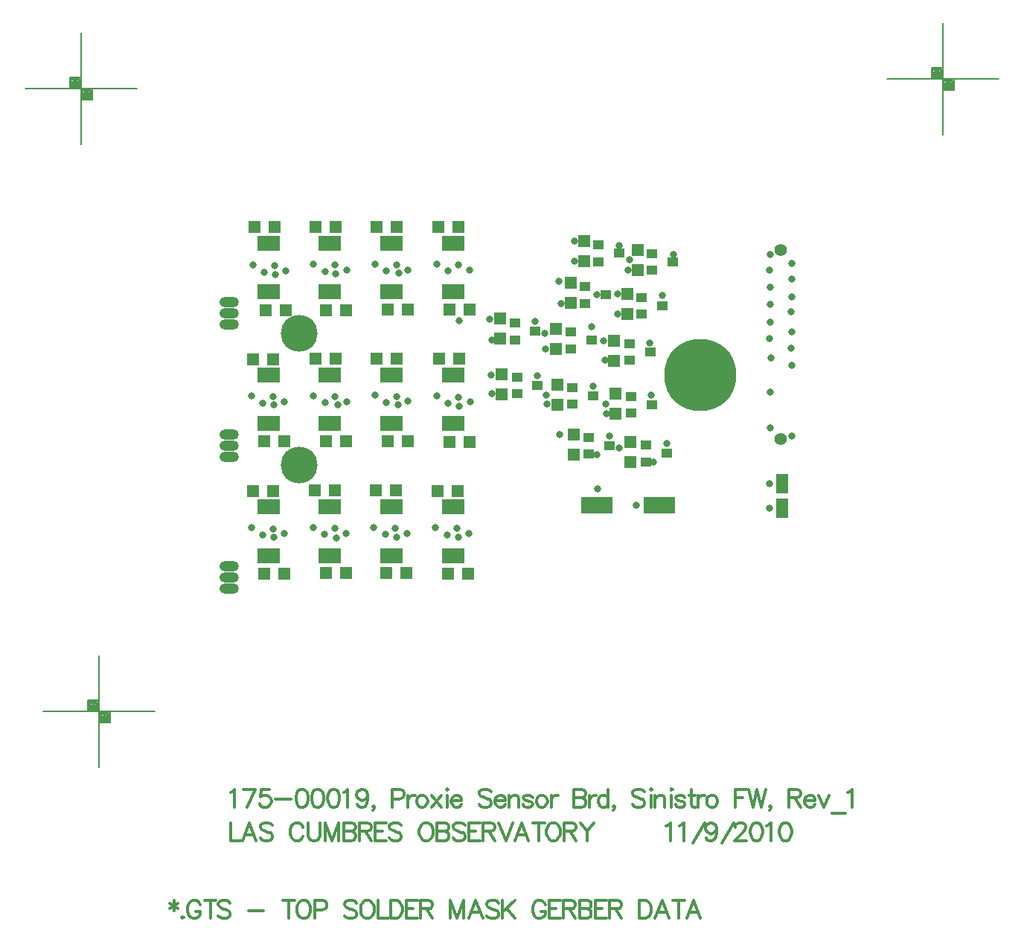
<source format=gts>
%FSLAX23Y23*%
%MOIN*%
G70*
G01*
G75*
G04 Layer_Color=8388736*
%ADD10R,0.135X0.070*%
%ADD11R,0.050X0.050*%
%ADD12R,0.094X0.059*%
%ADD13R,0.037X0.035*%
%ADD14R,0.037X0.035*%
%ADD15R,0.050X0.050*%
%ADD16R,0.048X0.078*%
%ADD17C,0.010*%
%ADD18C,0.012*%
%ADD19C,0.008*%
%ADD20C,0.012*%
%ADD21C,0.012*%
%ADD22C,0.157*%
%ADD23C,0.315*%
%ADD24O,0.079X0.039*%
%ADD25O,0.079X0.039*%
%ADD26C,0.047*%
%ADD27C,0.024*%
%ADD28C,0.040*%
%ADD29C,0.127*%
%ADD30C,0.170*%
G04:AMPARAMS|DCode=31|XSize=87.559mil|YSize=87.559mil|CornerRadius=0mil|HoleSize=0mil|Usage=FLASHONLY|Rotation=0.000|XOffset=0mil|YOffset=0mil|HoleType=Round|Shape=Relief|Width=10mil|Gap=10mil|Entries=4|*
%AMTHD31*
7,0,0,0.088,0.068,0.010,45*
%
%ADD31THD31*%
%ADD32C,0.068*%
%ADD33C,0.087*%
%ADD34C,0.050*%
G04:AMPARAMS|DCode=35|XSize=70mil|YSize=70mil|CornerRadius=0mil|HoleSize=0mil|Usage=FLASHONLY|Rotation=0.000|XOffset=0mil|YOffset=0mil|HoleType=Round|Shape=Relief|Width=10mil|Gap=10mil|Entries=4|*
%AMTHD35*
7,0,0,0.070,0.050,0.010,45*
%
%ADD35THD35*%
%ADD36O,0.028X0.098*%
%ADD37R,0.085X0.022*%
%ADD38C,0.006*%
%ADD39C,0.010*%
%ADD40C,0.010*%
%ADD41C,0.008*%
%ADD42C,0.007*%
%ADD43C,0.005*%
%ADD44R,0.122X0.163*%
%ADD45R,0.143X0.078*%
%ADD46R,0.058X0.058*%
%ADD47R,0.102X0.067*%
%ADD48R,0.045X0.043*%
%ADD49R,0.045X0.043*%
%ADD50R,0.058X0.058*%
%ADD51R,0.056X0.086*%
%ADD52C,0.165*%
%ADD53C,0.323*%
%ADD54O,0.087X0.047*%
%ADD55O,0.087X0.047*%
%ADD56C,0.055*%
%ADD57C,0.032*%
D18*
X14708Y10102D02*
Y10056D01*
X14689Y10090D02*
X14727Y10067D01*
Y10090D02*
X14689Y10067D01*
X14747Y10029D02*
X14743Y10026D01*
X14747Y10022D01*
X14751Y10026D01*
X14747Y10029D01*
X14826Y10083D02*
X14822Y10090D01*
X14814Y10098D01*
X14807Y10102D01*
X14791D01*
X14784Y10098D01*
X14776Y10090D01*
X14772Y10083D01*
X14769Y10071D01*
Y10052D01*
X14772Y10041D01*
X14776Y10033D01*
X14784Y10026D01*
X14791Y10022D01*
X14807D01*
X14814Y10026D01*
X14822Y10033D01*
X14826Y10041D01*
Y10052D01*
X14807D02*
X14826D01*
X14871Y10102D02*
Y10022D01*
X14844Y10102D02*
X14897D01*
X14960Y10090D02*
X14953Y10098D01*
X14941Y10102D01*
X14926D01*
X14914Y10098D01*
X14907Y10090D01*
Y10083D01*
X14911Y10075D01*
X14914Y10071D01*
X14922Y10067D01*
X14945Y10060D01*
X14953Y10056D01*
X14956Y10052D01*
X14960Y10045D01*
Y10033D01*
X14953Y10026D01*
X14941Y10022D01*
X14926D01*
X14914Y10026D01*
X14907Y10033D01*
X15041Y10056D02*
X15109D01*
X15223Y10102D02*
Y10022D01*
X15196Y10102D02*
X15249D01*
X15282D02*
X15274Y10098D01*
X15266Y10090D01*
X15263Y10083D01*
X15259Y10071D01*
Y10052D01*
X15263Y10041D01*
X15266Y10033D01*
X15274Y10026D01*
X15282Y10022D01*
X15297D01*
X15304Y10026D01*
X15312Y10033D01*
X15316Y10041D01*
X15320Y10052D01*
Y10071D01*
X15316Y10083D01*
X15312Y10090D01*
X15304Y10098D01*
X15297Y10102D01*
X15282D01*
X15338Y10060D02*
X15373D01*
X15384Y10064D01*
X15388Y10067D01*
X15392Y10075D01*
Y10086D01*
X15388Y10094D01*
X15384Y10098D01*
X15373Y10102D01*
X15338D01*
Y10022D01*
X15526Y10090D02*
X15518Y10098D01*
X15507Y10102D01*
X15491D01*
X15480Y10098D01*
X15472Y10090D01*
Y10083D01*
X15476Y10075D01*
X15480Y10071D01*
X15488Y10067D01*
X15511Y10060D01*
X15518Y10056D01*
X15522Y10052D01*
X15526Y10045D01*
Y10033D01*
X15518Y10026D01*
X15507Y10022D01*
X15491D01*
X15480Y10026D01*
X15472Y10033D01*
X15567Y10102D02*
X15559Y10098D01*
X15551Y10090D01*
X15547Y10083D01*
X15544Y10071D01*
Y10052D01*
X15547Y10041D01*
X15551Y10033D01*
X15559Y10026D01*
X15567Y10022D01*
X15582D01*
X15589Y10026D01*
X15597Y10033D01*
X15601Y10041D01*
X15605Y10052D01*
Y10071D01*
X15601Y10083D01*
X15597Y10090D01*
X15589Y10098D01*
X15582Y10102D01*
X15567D01*
X15623D02*
Y10022D01*
X15669D01*
X15678Y10102D02*
Y10022D01*
Y10102D02*
X15704D01*
X15716Y10098D01*
X15723Y10090D01*
X15727Y10083D01*
X15731Y10071D01*
Y10052D01*
X15727Y10041D01*
X15723Y10033D01*
X15716Y10026D01*
X15704Y10022D01*
X15678D01*
X15798Y10102D02*
X15749D01*
Y10022D01*
X15798D01*
X15749Y10064D02*
X15779D01*
X15812Y10102D02*
Y10022D01*
Y10102D02*
X15846D01*
X15858Y10098D01*
X15861Y10094D01*
X15865Y10086D01*
Y10079D01*
X15861Y10071D01*
X15858Y10067D01*
X15846Y10064D01*
X15812D01*
X15838D02*
X15865Y10022D01*
X15946Y10102D02*
Y10022D01*
Y10102D02*
X15976Y10022D01*
X16007Y10102D02*
X15976Y10022D01*
X16007Y10102D02*
Y10022D01*
X16091D02*
X16060Y10102D01*
X16030Y10022D01*
X16041Y10048D02*
X16079D01*
X16163Y10090D02*
X16155Y10098D01*
X16144Y10102D01*
X16128D01*
X16117Y10098D01*
X16109Y10090D01*
Y10083D01*
X16113Y10075D01*
X16117Y10071D01*
X16125Y10067D01*
X16147Y10060D01*
X16155Y10056D01*
X16159Y10052D01*
X16163Y10045D01*
Y10033D01*
X16155Y10026D01*
X16144Y10022D01*
X16128D01*
X16117Y10026D01*
X16109Y10033D01*
X16180Y10102D02*
Y10022D01*
X16234Y10102D02*
X16180Y10048D01*
X16200Y10067D02*
X16234Y10022D01*
X16372Y10083D02*
X16368Y10090D01*
X16360Y10098D01*
X16353Y10102D01*
X16337D01*
X16330Y10098D01*
X16322Y10090D01*
X16318Y10083D01*
X16315Y10071D01*
Y10052D01*
X16318Y10041D01*
X16322Y10033D01*
X16330Y10026D01*
X16337Y10022D01*
X16353D01*
X16360Y10026D01*
X16368Y10033D01*
X16372Y10041D01*
Y10052D01*
X16353D02*
X16372D01*
X16439Y10102D02*
X16390D01*
Y10022D01*
X16439D01*
X16390Y10064D02*
X16420D01*
X16453Y10102D02*
Y10022D01*
Y10102D02*
X16487D01*
X16499Y10098D01*
X16502Y10094D01*
X16506Y10086D01*
Y10079D01*
X16502Y10071D01*
X16499Y10067D01*
X16487Y10064D01*
X16453D01*
X16479D02*
X16506Y10022D01*
X16524Y10102D02*
Y10022D01*
Y10102D02*
X16558D01*
X16570Y10098D01*
X16574Y10094D01*
X16577Y10086D01*
Y10079D01*
X16574Y10071D01*
X16570Y10067D01*
X16558Y10064D01*
X16524D02*
X16558D01*
X16570Y10060D01*
X16574Y10056D01*
X16577Y10048D01*
Y10037D01*
X16574Y10029D01*
X16570Y10026D01*
X16558Y10022D01*
X16524D01*
X16645Y10102D02*
X16595D01*
Y10022D01*
X16645D01*
X16595Y10064D02*
X16626D01*
X16658Y10102D02*
Y10022D01*
Y10102D02*
X16692D01*
X16704Y10098D01*
X16708Y10094D01*
X16711Y10086D01*
Y10079D01*
X16708Y10071D01*
X16704Y10067D01*
X16692Y10064D01*
X16658D01*
X16685D02*
X16711Y10022D01*
X16792Y10102D02*
Y10022D01*
Y10102D02*
X16819D01*
X16830Y10098D01*
X16838Y10090D01*
X16842Y10083D01*
X16845Y10071D01*
Y10052D01*
X16842Y10041D01*
X16838Y10033D01*
X16830Y10026D01*
X16819Y10022D01*
X16792D01*
X16924D02*
X16894Y10102D01*
X16863Y10022D01*
X16875Y10048D02*
X16913D01*
X16970Y10102D02*
Y10022D01*
X16943Y10102D02*
X16996D01*
X17067Y10022D02*
X17036Y10102D01*
X17006Y10022D01*
X17017Y10048D02*
X17055D01*
D19*
X14123Y10950D02*
X14623D01*
X14373Y10700D02*
Y11200D01*
X14323Y10950D02*
Y11000D01*
X14373D01*
X14423Y10900D02*
Y10950D01*
X14373Y10900D02*
X14423D01*
X14378Y10945D02*
X14418D01*
Y10905D02*
Y10945D01*
X14378Y10905D02*
X14418D01*
X14378D02*
Y10945D01*
X14383Y10940D02*
X14413D01*
Y10910D02*
Y10940D01*
X14383Y10910D02*
X14413D01*
X14383D02*
Y10935D01*
X14388D02*
X14408D01*
Y10915D02*
Y10935D01*
X14388Y10915D02*
X14408D01*
X14388D02*
Y10930D01*
X14393D02*
X14403D01*
Y10920D02*
Y10930D01*
X14393Y10920D02*
X14403D01*
X14393D02*
Y10930D01*
Y10925D02*
X14403D01*
X14328Y10995D02*
X14368D01*
Y10955D02*
Y10995D01*
X14328Y10955D02*
X14368D01*
X14328D02*
Y10995D01*
X14333Y10990D02*
X14363D01*
Y10960D02*
Y10990D01*
X14333Y10960D02*
X14363D01*
X14333D02*
Y10985D01*
X14338D02*
X14358D01*
Y10965D02*
Y10985D01*
X14338Y10965D02*
X14358D01*
X14338D02*
Y10980D01*
X14343D02*
X14353D01*
Y10970D02*
Y10980D01*
X14343Y10970D02*
X14353D01*
X14343D02*
Y10980D01*
Y10975D02*
X14353D01*
X17902Y13781D02*
X18402D01*
X18152Y13531D02*
Y14031D01*
X18102Y13781D02*
Y13831D01*
X18152D01*
X18202Y13731D02*
Y13781D01*
X18152Y13731D02*
X18202D01*
X18157Y13776D02*
X18197D01*
Y13736D02*
Y13776D01*
X18157Y13736D02*
X18197D01*
X18157D02*
Y13776D01*
X18162Y13771D02*
X18192D01*
Y13741D02*
Y13771D01*
X18162Y13741D02*
X18192D01*
X18162D02*
Y13766D01*
X18167D02*
X18187D01*
Y13746D02*
Y13766D01*
X18167Y13746D02*
X18187D01*
X18167D02*
Y13761D01*
X18172D02*
X18182D01*
Y13751D02*
Y13761D01*
X18172Y13751D02*
X18182D01*
X18172D02*
Y13761D01*
Y13756D02*
X18182D01*
X18107Y13826D02*
X18147D01*
Y13786D02*
Y13826D01*
X18107Y13786D02*
X18147D01*
X18107D02*
Y13826D01*
X18112Y13821D02*
X18142D01*
Y13791D02*
Y13821D01*
X18112Y13791D02*
X18142D01*
X18112D02*
Y13816D01*
X18117D02*
X18137D01*
Y13796D02*
Y13816D01*
X18117Y13796D02*
X18137D01*
X18117D02*
Y13811D01*
X18122D02*
X18132D01*
Y13801D02*
Y13811D01*
X18122Y13801D02*
X18132D01*
X18122D02*
Y13811D01*
Y13806D02*
X18132D01*
X14042Y13738D02*
X14542D01*
X14292Y13488D02*
Y13988D01*
X14242Y13738D02*
Y13788D01*
X14292D01*
X14342Y13688D02*
Y13738D01*
X14292Y13688D02*
X14342D01*
X14297Y13733D02*
X14337D01*
Y13693D02*
Y13733D01*
X14297Y13693D02*
X14337D01*
X14297D02*
Y13733D01*
X14302Y13728D02*
X14332D01*
Y13698D02*
Y13728D01*
X14302Y13698D02*
X14332D01*
X14302D02*
Y13723D01*
X14307D02*
X14327D01*
Y13703D02*
Y13723D01*
X14307Y13703D02*
X14327D01*
X14307D02*
Y13718D01*
X14312D02*
X14322D01*
Y13708D02*
Y13718D01*
X14312Y13708D02*
X14322D01*
X14312D02*
Y13718D01*
Y13713D02*
X14322D01*
X14247Y13783D02*
X14287D01*
Y13743D02*
Y13783D01*
X14247Y13743D02*
X14287D01*
X14247D02*
Y13783D01*
X14252Y13778D02*
X14282D01*
Y13748D02*
Y13778D01*
X14252Y13748D02*
X14282D01*
X14252D02*
Y13773D01*
X14257D02*
X14277D01*
Y13753D02*
Y13773D01*
X14257Y13753D02*
X14277D01*
X14257D02*
Y13768D01*
X14262D02*
X14272D01*
Y13758D02*
Y13768D01*
X14262Y13758D02*
X14272D01*
X14262D02*
Y13768D01*
Y13763D02*
X14272D01*
D20*
X14961Y10449D02*
Y10369D01*
X15007D01*
X15076D02*
X15046Y10449D01*
X15015Y10369D01*
X15027Y10396D02*
X15065D01*
X15148Y10438D02*
X15141Y10445D01*
X15129Y10449D01*
X15114D01*
X15103Y10445D01*
X15095Y10438D01*
Y10430D01*
X15099Y10423D01*
X15103Y10419D01*
X15110Y10415D01*
X15133Y10407D01*
X15141Y10404D01*
X15145Y10400D01*
X15148Y10392D01*
Y10381D01*
X15141Y10373D01*
X15129Y10369D01*
X15114D01*
X15103Y10373D01*
X15095Y10381D01*
X15286Y10430D02*
X15282Y10438D01*
X15275Y10445D01*
X15267Y10449D01*
X15252D01*
X15244Y10445D01*
X15237Y10438D01*
X15233Y10430D01*
X15229Y10419D01*
Y10400D01*
X15233Y10388D01*
X15237Y10381D01*
X15244Y10373D01*
X15252Y10369D01*
X15267D01*
X15275Y10373D01*
X15282Y10381D01*
X15286Y10388D01*
X15309Y10449D02*
Y10392D01*
X15313Y10381D01*
X15320Y10373D01*
X15332Y10369D01*
X15339D01*
X15351Y10373D01*
X15358Y10381D01*
X15362Y10392D01*
Y10449D01*
X15384D02*
Y10369D01*
Y10449D02*
X15415Y10369D01*
X15445Y10449D02*
X15415Y10369D01*
X15445Y10449D02*
Y10369D01*
X15468Y10449D02*
Y10369D01*
Y10449D02*
X15502D01*
X15514Y10445D01*
X15517Y10442D01*
X15521Y10434D01*
Y10426D01*
X15517Y10419D01*
X15514Y10415D01*
X15502Y10411D01*
X15468D02*
X15502D01*
X15514Y10407D01*
X15517Y10404D01*
X15521Y10396D01*
Y10385D01*
X15517Y10377D01*
X15514Y10373D01*
X15502Y10369D01*
X15468D01*
X15539Y10449D02*
Y10369D01*
Y10449D02*
X15573D01*
X15585Y10445D01*
X15589Y10442D01*
X15593Y10434D01*
Y10426D01*
X15589Y10419D01*
X15585Y10415D01*
X15573Y10411D01*
X15539D01*
X15566D02*
X15593Y10369D01*
X15660Y10449D02*
X15610D01*
Y10369D01*
X15660D01*
X15610Y10411D02*
X15641D01*
X15727Y10438D02*
X15719Y10445D01*
X15708Y10449D01*
X15692D01*
X15681Y10445D01*
X15673Y10438D01*
Y10430D01*
X15677Y10423D01*
X15681Y10419D01*
X15688Y10415D01*
X15711Y10407D01*
X15719Y10404D01*
X15723Y10400D01*
X15727Y10392D01*
Y10381D01*
X15719Y10373D01*
X15708Y10369D01*
X15692D01*
X15681Y10373D01*
X15673Y10381D01*
X15830Y10449D02*
X15823Y10445D01*
X15815Y10438D01*
X15811Y10430D01*
X15807Y10419D01*
Y10400D01*
X15811Y10388D01*
X15815Y10381D01*
X15823Y10373D01*
X15830Y10369D01*
X15845D01*
X15853Y10373D01*
X15861Y10381D01*
X15864Y10388D01*
X15868Y10400D01*
Y10419D01*
X15864Y10430D01*
X15861Y10438D01*
X15853Y10445D01*
X15845Y10449D01*
X15830D01*
X15887D02*
Y10369D01*
Y10449D02*
X15921D01*
X15933Y10445D01*
X15936Y10442D01*
X15940Y10434D01*
Y10426D01*
X15936Y10419D01*
X15933Y10415D01*
X15921Y10411D01*
X15887D02*
X15921D01*
X15933Y10407D01*
X15936Y10404D01*
X15940Y10396D01*
Y10385D01*
X15936Y10377D01*
X15933Y10373D01*
X15921Y10369D01*
X15887D01*
X16011Y10438D02*
X16004Y10445D01*
X15992Y10449D01*
X15977D01*
X15966Y10445D01*
X15958Y10438D01*
Y10430D01*
X15962Y10423D01*
X15966Y10419D01*
X15973Y10415D01*
X15996Y10407D01*
X16004Y10404D01*
X16008Y10400D01*
X16011Y10392D01*
Y10381D01*
X16004Y10373D01*
X15992Y10369D01*
X15977D01*
X15966Y10373D01*
X15958Y10381D01*
X16079Y10449D02*
X16029D01*
Y10369D01*
X16079D01*
X16029Y10411D02*
X16060D01*
X16092Y10449D02*
Y10369D01*
Y10449D02*
X16126D01*
X16138Y10445D01*
X16142Y10442D01*
X16146Y10434D01*
Y10426D01*
X16142Y10419D01*
X16138Y10415D01*
X16126Y10411D01*
X16092D01*
X16119D02*
X16146Y10369D01*
X16163Y10449D02*
X16194Y10369D01*
X16224Y10449D02*
X16194Y10369D01*
X16296D02*
X16265Y10449D01*
X16235Y10369D01*
X16246Y10396D02*
X16284D01*
X16341Y10449D02*
Y10369D01*
X16314Y10449D02*
X16368D01*
X16400D02*
X16392Y10445D01*
X16385Y10438D01*
X16381Y10430D01*
X16377Y10419D01*
Y10400D01*
X16381Y10388D01*
X16385Y10381D01*
X16392Y10373D01*
X16400Y10369D01*
X16415D01*
X16423Y10373D01*
X16430Y10381D01*
X16434Y10388D01*
X16438Y10400D01*
Y10419D01*
X16434Y10430D01*
X16430Y10438D01*
X16423Y10445D01*
X16415Y10449D01*
X16400D01*
X16457D02*
Y10369D01*
Y10449D02*
X16491D01*
X16502Y10445D01*
X16506Y10442D01*
X16510Y10434D01*
Y10426D01*
X16506Y10419D01*
X16502Y10415D01*
X16491Y10411D01*
X16457D01*
X16483D02*
X16510Y10369D01*
X16528Y10449D02*
X16558Y10411D01*
Y10369D01*
X16589Y10449D02*
X16558Y10411D01*
X16913Y10434D02*
X16921Y10438D01*
X16932Y10449D01*
Y10369D01*
X16972Y10434D02*
X16980Y10438D01*
X16991Y10449D01*
Y10369D01*
X17031Y10358D02*
X17084Y10449D01*
X17139Y10423D02*
X17135Y10411D01*
X17127Y10404D01*
X17116Y10400D01*
X17112D01*
X17101Y10404D01*
X17093Y10411D01*
X17089Y10423D01*
Y10426D01*
X17093Y10438D01*
X17101Y10445D01*
X17112Y10449D01*
X17116D01*
X17127Y10445D01*
X17135Y10438D01*
X17139Y10423D01*
Y10404D01*
X17135Y10385D01*
X17127Y10373D01*
X17116Y10369D01*
X17108D01*
X17097Y10373D01*
X17093Y10381D01*
X17161Y10358D02*
X17214Y10449D01*
X17223Y10430D02*
Y10434D01*
X17227Y10442D01*
X17231Y10445D01*
X17238Y10449D01*
X17253D01*
X17261Y10445D01*
X17265Y10442D01*
X17269Y10434D01*
Y10426D01*
X17265Y10419D01*
X17257Y10407D01*
X17219Y10369D01*
X17273D01*
X17313Y10449D02*
X17302Y10445D01*
X17294Y10434D01*
X17290Y10415D01*
Y10404D01*
X17294Y10385D01*
X17302Y10373D01*
X17313Y10369D01*
X17321D01*
X17332Y10373D01*
X17340Y10385D01*
X17344Y10404D01*
Y10415D01*
X17340Y10434D01*
X17332Y10445D01*
X17321Y10449D01*
X17313D01*
X17362Y10434D02*
X17369Y10438D01*
X17381Y10449D01*
Y10369D01*
X17443Y10449D02*
X17432Y10445D01*
X17424Y10434D01*
X17420Y10415D01*
Y10404D01*
X17424Y10385D01*
X17432Y10373D01*
X17443Y10369D01*
X17451D01*
X17462Y10373D01*
X17470Y10385D01*
X17474Y10404D01*
Y10415D01*
X17470Y10434D01*
X17462Y10445D01*
X17451Y10449D01*
X17443D01*
D21*
X14961Y10584D02*
X14969Y10588D01*
X14980Y10599D01*
Y10519D01*
X15073Y10599D02*
X15035Y10519D01*
X15020Y10599D02*
X15073D01*
X15137D02*
X15099D01*
X15095Y10565D01*
X15099Y10569D01*
X15110Y10573D01*
X15121D01*
X15133Y10569D01*
X15140Y10561D01*
X15144Y10550D01*
Y10542D01*
X15140Y10531D01*
X15133Y10523D01*
X15121Y10519D01*
X15110D01*
X15099Y10523D01*
X15095Y10527D01*
X15091Y10535D01*
X15162Y10554D02*
X15231D01*
X15277Y10599D02*
X15266Y10595D01*
X15258Y10584D01*
X15254Y10565D01*
Y10554D01*
X15258Y10535D01*
X15266Y10523D01*
X15277Y10519D01*
X15285D01*
X15296Y10523D01*
X15304Y10535D01*
X15308Y10554D01*
Y10565D01*
X15304Y10584D01*
X15296Y10595D01*
X15285Y10599D01*
X15277D01*
X15348D02*
X15337Y10595D01*
X15329Y10584D01*
X15326Y10565D01*
Y10554D01*
X15329Y10535D01*
X15337Y10523D01*
X15348Y10519D01*
X15356D01*
X15367Y10523D01*
X15375Y10535D01*
X15379Y10554D01*
Y10565D01*
X15375Y10584D01*
X15367Y10595D01*
X15356Y10599D01*
X15348D01*
X15420D02*
X15408Y10595D01*
X15401Y10584D01*
X15397Y10565D01*
Y10554D01*
X15401Y10535D01*
X15408Y10523D01*
X15420Y10519D01*
X15427D01*
X15439Y10523D01*
X15446Y10535D01*
X15450Y10554D01*
Y10565D01*
X15446Y10584D01*
X15439Y10595D01*
X15427Y10599D01*
X15420D01*
X15468Y10584D02*
X15476Y10588D01*
X15487Y10599D01*
Y10519D01*
X15576Y10573D02*
X15572Y10561D01*
X15565Y10554D01*
X15553Y10550D01*
X15549D01*
X15538Y10554D01*
X15530Y10561D01*
X15527Y10573D01*
Y10576D01*
X15530Y10588D01*
X15538Y10595D01*
X15549Y10599D01*
X15553D01*
X15565Y10595D01*
X15572Y10588D01*
X15576Y10573D01*
Y10554D01*
X15572Y10535D01*
X15565Y10523D01*
X15553Y10519D01*
X15546D01*
X15534Y10523D01*
X15530Y10531D01*
X15605Y10523D02*
X15602Y10519D01*
X15598Y10523D01*
X15602Y10527D01*
X15605Y10523D01*
Y10515D01*
X15602Y10508D01*
X15598Y10504D01*
X15686Y10557D02*
X15720D01*
X15732Y10561D01*
X15735Y10565D01*
X15739Y10573D01*
Y10584D01*
X15735Y10592D01*
X15732Y10595D01*
X15720Y10599D01*
X15686D01*
Y10519D01*
X15757Y10573D02*
Y10519D01*
Y10550D02*
X15761Y10561D01*
X15768Y10569D01*
X15776Y10573D01*
X15788D01*
X15814D02*
X15806Y10569D01*
X15799Y10561D01*
X15795Y10550D01*
Y10542D01*
X15799Y10531D01*
X15806Y10523D01*
X15814Y10519D01*
X15825D01*
X15833Y10523D01*
X15840Y10531D01*
X15844Y10542D01*
Y10550D01*
X15840Y10561D01*
X15833Y10569D01*
X15825Y10573D01*
X15814D01*
X15862D02*
X15904Y10519D01*
Y10573D02*
X15862Y10519D01*
X15928Y10599D02*
X15932Y10595D01*
X15936Y10599D01*
X15932Y10603D01*
X15928Y10599D01*
X15932Y10573D02*
Y10519D01*
X15950Y10550D02*
X15995D01*
Y10557D01*
X15992Y10565D01*
X15988Y10569D01*
X15980Y10573D01*
X15969D01*
X15961Y10569D01*
X15954Y10561D01*
X15950Y10550D01*
Y10542D01*
X15954Y10531D01*
X15961Y10523D01*
X15969Y10519D01*
X15980D01*
X15988Y10523D01*
X15995Y10531D01*
X16129Y10588D02*
X16121Y10595D01*
X16110Y10599D01*
X16095D01*
X16083Y10595D01*
X16075Y10588D01*
Y10580D01*
X16079Y10573D01*
X16083Y10569D01*
X16091Y10565D01*
X16114Y10557D01*
X16121Y10554D01*
X16125Y10550D01*
X16129Y10542D01*
Y10531D01*
X16121Y10523D01*
X16110Y10519D01*
X16095D01*
X16083Y10523D01*
X16075Y10531D01*
X16147Y10550D02*
X16192D01*
Y10557D01*
X16189Y10565D01*
X16185Y10569D01*
X16177Y10573D01*
X16166D01*
X16158Y10569D01*
X16150Y10561D01*
X16147Y10550D01*
Y10542D01*
X16150Y10531D01*
X16158Y10523D01*
X16166Y10519D01*
X16177D01*
X16185Y10523D01*
X16192Y10531D01*
X16210Y10573D02*
Y10519D01*
Y10557D02*
X16221Y10569D01*
X16229Y10573D01*
X16240D01*
X16248Y10569D01*
X16251Y10557D01*
Y10519D01*
X16314Y10561D02*
X16310Y10569D01*
X16299Y10573D01*
X16288D01*
X16276Y10569D01*
X16272Y10561D01*
X16276Y10554D01*
X16284Y10550D01*
X16303Y10546D01*
X16310Y10542D01*
X16314Y10535D01*
Y10531D01*
X16310Y10523D01*
X16299Y10519D01*
X16288D01*
X16276Y10523D01*
X16272Y10531D01*
X16350Y10573D02*
X16342Y10569D01*
X16335Y10561D01*
X16331Y10550D01*
Y10542D01*
X16335Y10531D01*
X16342Y10523D01*
X16350Y10519D01*
X16361D01*
X16369Y10523D01*
X16377Y10531D01*
X16381Y10542D01*
Y10550D01*
X16377Y10561D01*
X16369Y10569D01*
X16361Y10573D01*
X16350D01*
X16398D02*
Y10519D01*
Y10550D02*
X16402Y10561D01*
X16409Y10569D01*
X16417Y10573D01*
X16429D01*
X16499Y10599D02*
Y10519D01*
Y10599D02*
X16533D01*
X16544Y10595D01*
X16548Y10592D01*
X16552Y10584D01*
Y10576D01*
X16548Y10569D01*
X16544Y10565D01*
X16533Y10561D01*
X16499D02*
X16533D01*
X16544Y10557D01*
X16548Y10554D01*
X16552Y10546D01*
Y10535D01*
X16548Y10527D01*
X16544Y10523D01*
X16533Y10519D01*
X16499D01*
X16570Y10573D02*
Y10519D01*
Y10550D02*
X16574Y10561D01*
X16581Y10569D01*
X16589Y10573D01*
X16600D01*
X16653Y10599D02*
Y10519D01*
Y10561D02*
X16646Y10569D01*
X16638Y10573D01*
X16627D01*
X16619Y10569D01*
X16611Y10561D01*
X16608Y10550D01*
Y10542D01*
X16611Y10531D01*
X16619Y10523D01*
X16627Y10519D01*
X16638D01*
X16646Y10523D01*
X16653Y10531D01*
X16682Y10523D02*
X16678Y10519D01*
X16675Y10523D01*
X16678Y10527D01*
X16682Y10523D01*
Y10515D01*
X16678Y10508D01*
X16675Y10504D01*
X16816Y10588D02*
X16808Y10595D01*
X16797Y10599D01*
X16782D01*
X16770Y10595D01*
X16763Y10588D01*
Y10580D01*
X16766Y10573D01*
X16770Y10569D01*
X16778Y10565D01*
X16801Y10557D01*
X16808Y10554D01*
X16812Y10550D01*
X16816Y10542D01*
Y10531D01*
X16808Y10523D01*
X16797Y10519D01*
X16782D01*
X16770Y10523D01*
X16763Y10531D01*
X16841Y10599D02*
X16845Y10595D01*
X16849Y10599D01*
X16845Y10603D01*
X16841Y10599D01*
X16845Y10573D02*
Y10519D01*
X16863Y10573D02*
Y10519D01*
Y10557D02*
X16875Y10569D01*
X16882Y10573D01*
X16894D01*
X16901Y10569D01*
X16905Y10557D01*
Y10519D01*
X16934Y10599D02*
X16937Y10595D01*
X16941Y10599D01*
X16937Y10603D01*
X16934Y10599D01*
X16937Y10573D02*
Y10519D01*
X16997Y10561D02*
X16993Y10569D01*
X16982Y10573D01*
X16971D01*
X16959Y10569D01*
X16955Y10561D01*
X16959Y10554D01*
X16967Y10550D01*
X16986Y10546D01*
X16993Y10542D01*
X16997Y10535D01*
Y10531D01*
X16993Y10523D01*
X16982Y10519D01*
X16971D01*
X16959Y10523D01*
X16955Y10531D01*
X17025Y10599D02*
Y10535D01*
X17029Y10523D01*
X17037Y10519D01*
X17044D01*
X17014Y10573D02*
X17041D01*
X17056D02*
Y10519D01*
Y10550D02*
X17060Y10561D01*
X17067Y10569D01*
X17075Y10573D01*
X17086D01*
X17113D02*
X17105Y10569D01*
X17097Y10561D01*
X17094Y10550D01*
Y10542D01*
X17097Y10531D01*
X17105Y10523D01*
X17113Y10519D01*
X17124D01*
X17132Y10523D01*
X17139Y10531D01*
X17143Y10542D01*
Y10550D01*
X17139Y10561D01*
X17132Y10569D01*
X17124Y10573D01*
X17113D01*
X17223Y10599D02*
Y10519D01*
Y10599D02*
X17273D01*
X17223Y10561D02*
X17254D01*
X17282Y10599D02*
X17301Y10519D01*
X17320Y10599D02*
X17301Y10519D01*
X17320Y10599D02*
X17339Y10519D01*
X17358Y10599D02*
X17339Y10519D01*
X17382Y10523D02*
X17378Y10519D01*
X17374Y10523D01*
X17378Y10527D01*
X17382Y10523D01*
Y10515D01*
X17378Y10508D01*
X17374Y10504D01*
X17462Y10599D02*
Y10519D01*
Y10599D02*
X17496D01*
X17508Y10595D01*
X17512Y10592D01*
X17516Y10584D01*
Y10576D01*
X17512Y10569D01*
X17508Y10565D01*
X17496Y10561D01*
X17462D01*
X17489D02*
X17516Y10519D01*
X17533Y10550D02*
X17579D01*
Y10557D01*
X17575Y10565D01*
X17572Y10569D01*
X17564Y10573D01*
X17552D01*
X17545Y10569D01*
X17537Y10561D01*
X17533Y10550D01*
Y10542D01*
X17537Y10531D01*
X17545Y10523D01*
X17552Y10519D01*
X17564D01*
X17572Y10523D01*
X17579Y10531D01*
X17596Y10573D02*
X17619Y10519D01*
X17642Y10573D02*
X17619Y10519D01*
X17655Y10493D02*
X17716D01*
X17726Y10584D02*
X17734Y10588D01*
X17745Y10599D01*
Y10519D01*
D45*
X16881Y11873D02*
D03*
X16601D02*
D03*
D46*
X16031Y12748D02*
D03*
X15941D02*
D03*
X15888Y11937D02*
D03*
X15978D02*
D03*
X16027Y11567D02*
D03*
X15937D02*
D03*
X15611Y11938D02*
D03*
X15701D02*
D03*
X15750Y11568D02*
D03*
X15660D02*
D03*
X15339Y11938D02*
D03*
X15429D02*
D03*
X15478Y11568D02*
D03*
X15388D02*
D03*
X15063Y11936D02*
D03*
X15153D02*
D03*
X15202Y11566D02*
D03*
X15112D02*
D03*
X15894Y12528D02*
D03*
X15984D02*
D03*
X16033Y12156D02*
D03*
X15943D02*
D03*
X15617Y12529D02*
D03*
X15707D02*
D03*
X15756Y12159D02*
D03*
X15666D02*
D03*
X15341Y12528D02*
D03*
X15431D02*
D03*
X15480Y12158D02*
D03*
X15390D02*
D03*
X15063Y12527D02*
D03*
X15153D02*
D03*
X15202Y12160D02*
D03*
X15112D02*
D03*
X15892Y13118D02*
D03*
X15982D02*
D03*
X15616Y13118D02*
D03*
X15706D02*
D03*
X15755Y12748D02*
D03*
X15665D02*
D03*
X15341Y13118D02*
D03*
X15431D02*
D03*
X15480Y12747D02*
D03*
X15390D02*
D03*
X15070Y13118D02*
D03*
X15160D02*
D03*
X15209Y12744D02*
D03*
X15119D02*
D03*
D47*
X15958Y11864D02*
D03*
Y11647D02*
D03*
X15682Y11864D02*
D03*
Y11647D02*
D03*
X15407Y11864D02*
D03*
Y11647D02*
D03*
X15131Y11864D02*
D03*
Y11647D02*
D03*
X15958Y12454D02*
D03*
Y12238D02*
D03*
X15682Y12454D02*
D03*
Y12238D02*
D03*
X15407Y12454D02*
D03*
Y12238D02*
D03*
X15131Y12454D02*
D03*
Y12238D02*
D03*
X15958Y13045D02*
D03*
Y12828D02*
D03*
X15682Y13045D02*
D03*
Y12828D02*
D03*
X15407Y13045D02*
D03*
Y12828D02*
D03*
X15131Y13045D02*
D03*
Y12828D02*
D03*
D48*
X16821Y12142D02*
D03*
X16914Y12104D02*
D03*
X16566Y12175D02*
D03*
X16659Y12138D02*
D03*
X16755Y12359D02*
D03*
X16848Y12322D02*
D03*
X16493Y12400D02*
D03*
X16585Y12363D02*
D03*
X16244Y12447D02*
D03*
X16337Y12410D02*
D03*
X16749Y12597D02*
D03*
X16841Y12560D02*
D03*
X16487Y12648D02*
D03*
X16579Y12611D02*
D03*
X16234Y12688D02*
D03*
X16327Y12651D02*
D03*
X16801Y12803D02*
D03*
X16894Y12765D02*
D03*
X16549Y12852D02*
D03*
X16642Y12814D02*
D03*
X16850Y13000D02*
D03*
X16942Y12962D02*
D03*
X16609Y13038D02*
D03*
X16702Y13001D02*
D03*
D49*
X16821Y12067D02*
D03*
X16566Y12101D02*
D03*
X16755Y12284D02*
D03*
X16493Y12325D02*
D03*
X16244Y12372D02*
D03*
X16749Y12523D02*
D03*
X16487Y12573D02*
D03*
X16234Y12613D02*
D03*
X16801Y12728D02*
D03*
X16549Y12777D02*
D03*
X16850Y12925D02*
D03*
X16609Y12963D02*
D03*
D50*
X16752Y12064D02*
D03*
Y12154D02*
D03*
X16498Y12098D02*
D03*
Y12188D02*
D03*
X16686Y12282D02*
D03*
Y12372D02*
D03*
X16424Y12323D02*
D03*
Y12413D02*
D03*
X16175Y12370D02*
D03*
Y12460D02*
D03*
X16680Y12520D02*
D03*
Y12610D02*
D03*
X16418Y12571D02*
D03*
Y12661D02*
D03*
X16168Y12618D02*
D03*
Y12708D02*
D03*
X16740Y12728D02*
D03*
Y12818D02*
D03*
X16485Y12779D02*
D03*
Y12869D02*
D03*
X16786Y12927D02*
D03*
Y13017D02*
D03*
X16546Y12967D02*
D03*
Y13057D02*
D03*
D51*
X17431Y11858D02*
D03*
Y11968D02*
D03*
D52*
X15269Y12051D02*
D03*
Y12641D02*
D03*
D53*
X17066Y12455D02*
D03*
D54*
X14955Y12781D02*
D03*
Y12190D02*
D03*
X14955Y11600D02*
D03*
D55*
X14955Y12731D02*
D03*
Y12681D02*
D03*
Y12140D02*
D03*
Y12090D02*
D03*
X14955Y11550D02*
D03*
Y11500D02*
D03*
D56*
X17426Y13017D02*
D03*
Y12169D02*
D03*
D57*
X16749Y12973D02*
D03*
X16368Y12641D02*
D03*
X16914Y12148D02*
D03*
X16433Y12876D02*
D03*
X15714Y12911D02*
D03*
X16604Y11946D02*
D03*
X16778Y11872D02*
D03*
X17380Y12380D02*
D03*
X17474Y12499D02*
D03*
X17381Y12532D02*
D03*
X17472Y12574D02*
D03*
X17377Y12619D02*
D03*
X16660Y12181D02*
D03*
X17477Y12650D02*
D03*
X16847Y12366D02*
D03*
X17378Y12691D02*
D03*
X16586Y12404D02*
D03*
X17473Y12738D02*
D03*
X16336Y12453D02*
D03*
X16840Y12599D02*
D03*
X17378Y12772D02*
D03*
X16579Y12672D02*
D03*
X17474Y12805D02*
D03*
X16702Y12130D02*
D03*
X15981Y11730D02*
D03*
X16435Y12189D02*
D03*
X15704Y11729D02*
D03*
X16643Y12326D02*
D03*
X15434Y11725D02*
D03*
X16377Y12364D02*
D03*
X15154Y11729D02*
D03*
X16128Y12457D02*
D03*
X15986Y12315D02*
D03*
X16631Y12609D02*
D03*
X15711Y12323D02*
D03*
X15443D02*
D03*
X16856Y12066D02*
D03*
X16602Y12100D02*
D03*
X16647Y12283D02*
D03*
X16380Y12325D02*
D03*
X16132Y12372D02*
D03*
X16131Y12613D02*
D03*
X15155Y12321D02*
D03*
X16121Y12705D02*
D03*
X16327Y12695D02*
D03*
X17380Y12848D02*
D03*
X16894Y12811D02*
D03*
X17475Y12884D02*
D03*
X15984Y12698D02*
D03*
X16696Y12818D02*
D03*
X16640Y12522D02*
D03*
X16373Y12572D02*
D03*
X16697Y12728D02*
D03*
X16602Y12815D02*
D03*
X16443Y12777D02*
D03*
X16501Y12965D02*
D03*
Y13057D02*
D03*
X16741Y12925D02*
D03*
X16946Y12995D02*
D03*
X16703Y13036D02*
D03*
X17377Y12924D02*
D03*
X15433Y12910D02*
D03*
X15162Y12907D02*
D03*
X17474Y12956D02*
D03*
X17378Y12997D02*
D03*
X17378Y12218D02*
D03*
X17474Y12182D02*
D03*
X17376Y11858D02*
D03*
Y11968D02*
D03*
X15884Y12953D02*
D03*
X16032Y12927D02*
D03*
X15981Y12949D02*
D03*
X15935Y12921D02*
D03*
X15113Y12917D02*
D03*
X15210Y12923D02*
D03*
X15159Y12945D02*
D03*
X15062Y12949D02*
D03*
X15384Y12920D02*
D03*
X15481Y12926D02*
D03*
X15430Y12948D02*
D03*
X15333Y12952D02*
D03*
X15659Y12921D02*
D03*
X15756Y12927D02*
D03*
X15705Y12949D02*
D03*
X15608Y12953D02*
D03*
X15106Y12330D02*
D03*
X15203Y12336D02*
D03*
X15152Y12358D02*
D03*
X15055Y12362D02*
D03*
X15384Y12331D02*
D03*
X15481Y12337D02*
D03*
X15430Y12359D02*
D03*
X15333Y12363D02*
D03*
X15660Y12332D02*
D03*
X15757Y12338D02*
D03*
X15706Y12360D02*
D03*
X15609Y12364D02*
D03*
X15937Y12329D02*
D03*
X16034Y12335D02*
D03*
X15983Y12357D02*
D03*
X15886Y12361D02*
D03*
X15106Y11739D02*
D03*
X15203Y11745D02*
D03*
X15152Y11767D02*
D03*
X15055Y11771D02*
D03*
X15382Y11741D02*
D03*
X15479Y11747D02*
D03*
X15428Y11769D02*
D03*
X15331Y11773D02*
D03*
X15654Y11741D02*
D03*
X15751Y11747D02*
D03*
X15700Y11769D02*
D03*
X15603Y11773D02*
D03*
X15931Y11740D02*
D03*
X16028Y11746D02*
D03*
X15977Y11768D02*
D03*
X15880Y11772D02*
D03*
M02*

</source>
